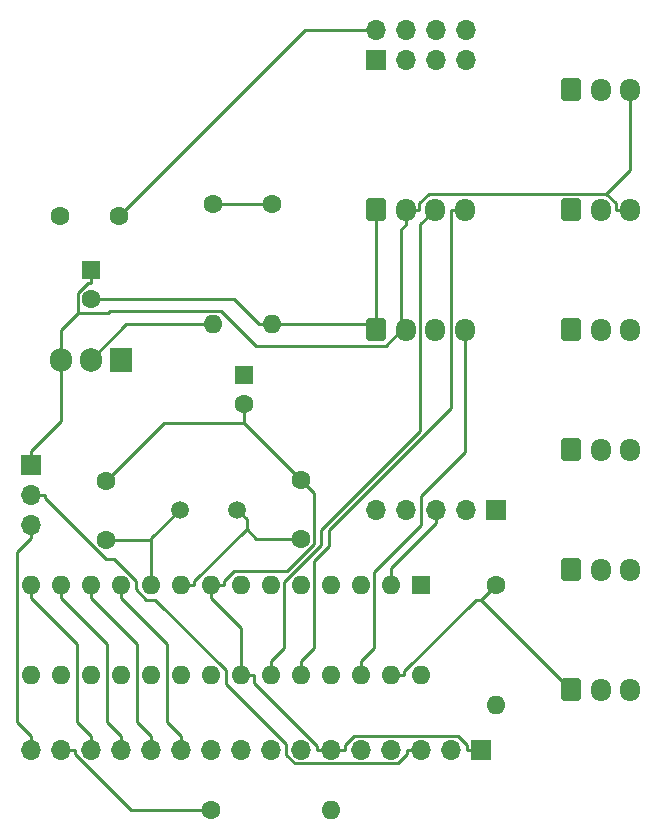
<source format=gbr>
%TF.GenerationSoftware,KiCad,Pcbnew,(5.1.6)-1*%
%TF.CreationDate,2020-12-18T18:22:10+01:00*%
%TF.ProjectId,rc-emitter_tft,72632d65-6d69-4747-9465-725f7466742e,rev?*%
%TF.SameCoordinates,Original*%
%TF.FileFunction,Copper,L2,Bot*%
%TF.FilePolarity,Positive*%
%FSLAX46Y46*%
G04 Gerber Fmt 4.6, Leading zero omitted, Abs format (unit mm)*
G04 Created by KiCad (PCBNEW (5.1.6)-1) date 2020-12-18 18:22:10*
%MOMM*%
%LPD*%
G01*
G04 APERTURE LIST*
%TA.AperFunction,ComponentPad*%
%ADD10O,1.700000X1.700000*%
%TD*%
%TA.AperFunction,ComponentPad*%
%ADD11R,1.700000X1.700000*%
%TD*%
%TA.AperFunction,ComponentPad*%
%ADD12O,1.600000X1.600000*%
%TD*%
%TA.AperFunction,ComponentPad*%
%ADD13C,1.600000*%
%TD*%
%TA.AperFunction,ComponentPad*%
%ADD14O,1.700000X1.950000*%
%TD*%
%TA.AperFunction,ComponentPad*%
%ADD15C,1.500000*%
%TD*%
%TA.AperFunction,ComponentPad*%
%ADD16O,1.905000X2.000000*%
%TD*%
%TA.AperFunction,ComponentPad*%
%ADD17R,1.905000X2.000000*%
%TD*%
%TA.AperFunction,ComponentPad*%
%ADD18R,1.600000X1.600000*%
%TD*%
%TA.AperFunction,Conductor*%
%ADD19C,0.250000*%
%TD*%
G04 APERTURE END LIST*
D10*
%TO.P,RV1,3*%
%TO.N,GND*%
X81280000Y-72390000D03*
%TO.P,RV1,2*%
%TO.N,Net-(LCD1-Pad3)*%
X81280000Y-69850000D03*
D11*
%TO.P,RV1,1*%
%TO.N,+5V*%
X81280000Y-67310000D03*
%TD*%
D10*
%TO.P,J10,5*%
%TO.N,Net-(J10-Pad5)*%
X110490000Y-71120000D03*
%TO.P,J10,4*%
%TO.N,Net-(J10-Pad4)*%
X113030000Y-71120000D03*
%TO.P,J10,3*%
%TO.N,Net-(J10-Pad3)*%
X115570000Y-71120000D03*
%TO.P,J10,2*%
%TO.N,Net-(J10-Pad2)*%
X118110000Y-71120000D03*
D11*
%TO.P,J10,1*%
%TO.N,Net-(J10-Pad1)*%
X120650000Y-71120000D03*
%TD*%
D12*
%TO.P,R3,2*%
%TO.N,+5V*%
X106680000Y-96520000D03*
D13*
%TO.P,R3,1*%
%TO.N,Net-(LCD1-Pad15)*%
X96520000Y-96520000D03*
%TD*%
D14*
%TO.P,J9,4*%
%TO.N,Net-(J9-Pad4)*%
X117990000Y-45720000D03*
%TO.P,J9,3*%
%TO.N,Net-(J9-Pad3)*%
X115490000Y-45720000D03*
%TO.P,J9,2*%
%TO.N,+5V*%
X112990000Y-45720000D03*
%TO.P,J9,1*%
%TO.N,GND*%
%TA.AperFunction,ComponentPad*%
G36*
G01*
X109640000Y-46445000D02*
X109640000Y-44995000D01*
G75*
G02*
X109890000Y-44745000I250000J0D01*
G01*
X111090000Y-44745000D01*
G75*
G02*
X111340000Y-44995000I0J-250000D01*
G01*
X111340000Y-46445000D01*
G75*
G02*
X111090000Y-46695000I-250000J0D01*
G01*
X109890000Y-46695000D01*
G75*
G02*
X109640000Y-46445000I0J250000D01*
G01*
G37*
%TD.AperFunction*%
%TD*%
%TO.P,J8,4*%
%TO.N,Net-(J8-Pad4)*%
X117990000Y-55880000D03*
%TO.P,J8,3*%
%TO.N,Net-(J8-Pad3)*%
X115490000Y-55880000D03*
%TO.P,J8,2*%
%TO.N,+5V*%
X112990000Y-55880000D03*
%TO.P,J8,1*%
%TO.N,GND*%
%TA.AperFunction,ComponentPad*%
G36*
G01*
X109640000Y-56605000D02*
X109640000Y-55155000D01*
G75*
G02*
X109890000Y-54905000I250000J0D01*
G01*
X111090000Y-54905000D01*
G75*
G02*
X111340000Y-55155000I0J-250000D01*
G01*
X111340000Y-56605000D01*
G75*
G02*
X111090000Y-56855000I-250000J0D01*
G01*
X109890000Y-56855000D01*
G75*
G02*
X109640000Y-56605000I0J250000D01*
G01*
G37*
%TD.AperFunction*%
%TD*%
%TO.P,J7,3*%
%TO.N,+5V*%
X132000000Y-86360000D03*
%TO.P,J7,2*%
%TO.N,Net-(J6-Pad1)*%
X129500000Y-86360000D03*
%TO.P,J7,1*%
%TO.N,Net-(J7-Pad1)*%
%TA.AperFunction,ComponentPad*%
G36*
G01*
X126150000Y-87085000D02*
X126150000Y-85635000D01*
G75*
G02*
X126400000Y-85385000I250000J0D01*
G01*
X127600000Y-85385000D01*
G75*
G02*
X127850000Y-85635000I0J-250000D01*
G01*
X127850000Y-87085000D01*
G75*
G02*
X127600000Y-87335000I-250000J0D01*
G01*
X126400000Y-87335000D01*
G75*
G02*
X126150000Y-87085000I0J250000D01*
G01*
G37*
%TD.AperFunction*%
%TD*%
%TO.P,J6,3*%
%TO.N,+5V*%
X132000000Y-76200000D03*
%TO.P,J6,2*%
%TO.N,Net-(J5-Pad1)*%
X129500000Y-76200000D03*
%TO.P,J6,1*%
%TO.N,Net-(J6-Pad1)*%
%TA.AperFunction,ComponentPad*%
G36*
G01*
X126150000Y-76925000D02*
X126150000Y-75475000D01*
G75*
G02*
X126400000Y-75225000I250000J0D01*
G01*
X127600000Y-75225000D01*
G75*
G02*
X127850000Y-75475000I0J-250000D01*
G01*
X127850000Y-76925000D01*
G75*
G02*
X127600000Y-77175000I-250000J0D01*
G01*
X126400000Y-77175000D01*
G75*
G02*
X126150000Y-76925000I0J250000D01*
G01*
G37*
%TD.AperFunction*%
%TD*%
D10*
%TO.P,LCD1,16*%
%TO.N,GND*%
X81280000Y-91440000D03*
%TO.P,LCD1,15*%
%TO.N,Net-(LCD1-Pad15)*%
X83820000Y-91440000D03*
%TO.P,LCD1,14*%
%TO.N,Net-(LCD1-Pad14)*%
X86360000Y-91440000D03*
%TO.P,LCD1,13*%
%TO.N,Net-(LCD1-Pad13)*%
X88900000Y-91440000D03*
%TO.P,LCD1,12*%
%TO.N,Net-(LCD1-Pad12)*%
X91440000Y-91440000D03*
%TO.P,LCD1,11*%
%TO.N,Net-(LCD1-Pad11)*%
X93980000Y-91440000D03*
%TO.P,LCD1,10*%
%TO.N,Net-(LCD1-Pad10)*%
X96520000Y-91440000D03*
%TO.P,LCD1,9*%
%TO.N,Net-(LCD1-Pad9)*%
X99060000Y-91440000D03*
%TO.P,LCD1,8*%
%TO.N,Net-(LCD1-Pad8)*%
X101600000Y-91440000D03*
%TO.P,LCD1,7*%
%TO.N,Net-(LCD1-Pad7)*%
X104140000Y-91440000D03*
%TO.P,LCD1,6*%
%TO.N,GND*%
X106680000Y-91440000D03*
%TO.P,LCD1,5*%
%TO.N,Net-(LCD1-Pad5)*%
X109220000Y-91440000D03*
%TO.P,LCD1,4*%
%TO.N,Net-(LCD1-Pad4)*%
X111760000Y-91440000D03*
%TO.P,LCD1,3*%
%TO.N,Net-(LCD1-Pad3)*%
X114300000Y-91440000D03*
%TO.P,LCD1,2*%
%TO.N,+5V*%
X116840000Y-91440000D03*
D11*
%TO.P,LCD1,1*%
%TO.N,GND*%
X119380000Y-91440000D03*
%TD*%
D15*
%TO.P,Y1,2*%
%TO.N,Net-(C1-Pad1)*%
X93880000Y-71120000D03*
%TO.P,Y1,1*%
%TO.N,Net-(C0-Pad2)*%
X98760000Y-71120000D03*
%TD*%
D16*
%TO.P,U1,3*%
%TO.N,+5V*%
X83820000Y-58420000D03*
%TO.P,U1,2*%
%TO.N,3.2V*%
X86360000Y-58420000D03*
D17*
%TO.P,U1,1*%
%TO.N,Net-(R1-Pad1)*%
X88900000Y-58420000D03*
%TD*%
D12*
%TO.P,U0,28*%
%TO.N,Net-(J10-Pad1)*%
X114300000Y-85090000D03*
%TO.P,U0,14*%
%TO.N,Net-(LCD1-Pad14)*%
X81280000Y-77470000D03*
%TO.P,U0,27*%
%TO.N,Net-(J7-Pad1)*%
X111760000Y-85090000D03*
%TO.P,U0,13*%
%TO.N,Net-(LCD1-Pad13)*%
X83820000Y-77470000D03*
%TO.P,U0,26*%
%TO.N,Net-(J8-Pad4)*%
X109220000Y-85090000D03*
%TO.P,U0,12*%
%TO.N,Net-(LCD1-Pad12)*%
X86360000Y-77470000D03*
%TO.P,U0,25*%
%TO.N,Net-(J8-Pad3)*%
X106680000Y-85090000D03*
%TO.P,U0,11*%
%TO.N,Net-(LCD1-Pad11)*%
X88900000Y-77470000D03*
%TO.P,U0,24*%
%TO.N,Net-(J9-Pad4)*%
X104140000Y-85090000D03*
%TO.P,U0,10*%
%TO.N,Net-(C1-Pad1)*%
X91440000Y-77470000D03*
%TO.P,U0,23*%
%TO.N,Net-(J9-Pad3)*%
X101600000Y-85090000D03*
%TO.P,U0,9*%
%TO.N,Net-(C0-Pad2)*%
X93980000Y-77470000D03*
%TO.P,U0,22*%
%TO.N,GND*%
X99060000Y-85090000D03*
%TO.P,U0,8*%
X96520000Y-77470000D03*
%TO.P,U0,21*%
%TO.N,Net-(U0-Pad21)*%
X96520000Y-85090000D03*
%TO.P,U0,7*%
%TO.N,+5V*%
X99060000Y-77470000D03*
%TO.P,U0,20*%
%TO.N,Net-(U0-Pad20)*%
X93980000Y-85090000D03*
%TO.P,U0,6*%
%TO.N,Net-(LCD1-Pad5)*%
X101600000Y-77470000D03*
%TO.P,U0,19*%
%TO.N,Net-(J1-Pad5)*%
X91440000Y-85090000D03*
%TO.P,U0,5*%
%TO.N,Net-(LCD1-Pad4)*%
X104140000Y-77470000D03*
%TO.P,U0,18*%
%TO.N,Net-(J1-Pad7)*%
X88900000Y-85090000D03*
%TO.P,U0,4*%
%TO.N,Net-(J10-Pad5)*%
X106680000Y-77470000D03*
%TO.P,U0,17*%
%TO.N,Net-(J1-Pad6)*%
X86360000Y-85090000D03*
%TO.P,U0,3*%
%TO.N,Net-(J10-Pad4)*%
X109220000Y-77470000D03*
%TO.P,U0,16*%
%TO.N,Net-(J1-Pad4)*%
X83820000Y-85090000D03*
%TO.P,U0,2*%
%TO.N,Net-(J10-Pad3)*%
X111760000Y-77470000D03*
%TO.P,U0,15*%
%TO.N,Net-(J1-Pad3)*%
X81280000Y-85090000D03*
D18*
%TO.P,U0,1*%
%TO.N,Net-(J10-Pad2)*%
X114300000Y-77470000D03*
%TD*%
D12*
%TO.P,R14,2*%
%TO.N,GND*%
X120650000Y-87630000D03*
D13*
%TO.P,R14,1*%
%TO.N,Net-(J7-Pad1)*%
X120650000Y-77470000D03*
%TD*%
D12*
%TO.P,R2,2*%
%TO.N,3.2V*%
X96720000Y-55440000D03*
D13*
%TO.P,R2,1*%
%TO.N,Net-(R1-Pad1)*%
X96720000Y-45280000D03*
%TD*%
D12*
%TO.P,R1,2*%
%TO.N,GND*%
X101720000Y-55440000D03*
D13*
%TO.P,R1,1*%
%TO.N,Net-(R1-Pad1)*%
X101720000Y-45280000D03*
%TD*%
D14*
%TO.P,J5,3*%
%TO.N,+5V*%
X132000000Y-66040000D03*
%TO.P,J5,2*%
%TO.N,Net-(J4-Pad1)*%
X129500000Y-66040000D03*
%TO.P,J5,1*%
%TO.N,Net-(J5-Pad1)*%
%TA.AperFunction,ComponentPad*%
G36*
G01*
X126150000Y-66765000D02*
X126150000Y-65315000D01*
G75*
G02*
X126400000Y-65065000I250000J0D01*
G01*
X127600000Y-65065000D01*
G75*
G02*
X127850000Y-65315000I0J-250000D01*
G01*
X127850000Y-66765000D01*
G75*
G02*
X127600000Y-67015000I-250000J0D01*
G01*
X126400000Y-67015000D01*
G75*
G02*
X126150000Y-66765000I0J250000D01*
G01*
G37*
%TD.AperFunction*%
%TD*%
%TO.P,J4,3*%
%TO.N,+5V*%
X132000000Y-55880000D03*
%TO.P,J4,2*%
%TO.N,Net-(J3-Pad1)*%
X129500000Y-55880000D03*
%TO.P,J4,1*%
%TO.N,Net-(J4-Pad1)*%
%TA.AperFunction,ComponentPad*%
G36*
G01*
X126150000Y-56605000D02*
X126150000Y-55155000D01*
G75*
G02*
X126400000Y-54905000I250000J0D01*
G01*
X127600000Y-54905000D01*
G75*
G02*
X127850000Y-55155000I0J-250000D01*
G01*
X127850000Y-56605000D01*
G75*
G02*
X127600000Y-56855000I-250000J0D01*
G01*
X126400000Y-56855000D01*
G75*
G02*
X126150000Y-56605000I0J250000D01*
G01*
G37*
%TD.AperFunction*%
%TD*%
%TO.P,J3,3*%
%TO.N,+5V*%
X132000000Y-45720000D03*
%TO.P,J3,2*%
%TO.N,Net-(J2-Pad1)*%
X129500000Y-45720000D03*
%TO.P,J3,1*%
%TO.N,Net-(J3-Pad1)*%
%TA.AperFunction,ComponentPad*%
G36*
G01*
X126150000Y-46445000D02*
X126150000Y-44995000D01*
G75*
G02*
X126400000Y-44745000I250000J0D01*
G01*
X127600000Y-44745000D01*
G75*
G02*
X127850000Y-44995000I0J-250000D01*
G01*
X127850000Y-46445000D01*
G75*
G02*
X127600000Y-46695000I-250000J0D01*
G01*
X126400000Y-46695000D01*
G75*
G02*
X126150000Y-46445000I0J250000D01*
G01*
G37*
%TD.AperFunction*%
%TD*%
%TO.P,J2,3*%
%TO.N,+5V*%
X132000000Y-35560000D03*
%TO.P,J2,2*%
%TO.N,Net-(J2-Pad2)*%
X129500000Y-35560000D03*
%TO.P,J2,1*%
%TO.N,Net-(J2-Pad1)*%
%TA.AperFunction,ComponentPad*%
G36*
G01*
X126150000Y-36285000D02*
X126150000Y-34835000D01*
G75*
G02*
X126400000Y-34585000I250000J0D01*
G01*
X127600000Y-34585000D01*
G75*
G02*
X127850000Y-34835000I0J-250000D01*
G01*
X127850000Y-36285000D01*
G75*
G02*
X127600000Y-36535000I-250000J0D01*
G01*
X126400000Y-36535000D01*
G75*
G02*
X126150000Y-36285000I0J250000D01*
G01*
G37*
%TD.AperFunction*%
%TD*%
D10*
%TO.P,J1,8*%
%TO.N,Net-(J1-Pad8)*%
X118110000Y-30480000D03*
%TO.P,J1,7*%
%TO.N,Net-(J1-Pad7)*%
X118110000Y-33020000D03*
%TO.P,J1,6*%
%TO.N,Net-(J1-Pad6)*%
X115570000Y-30480000D03*
%TO.P,J1,5*%
%TO.N,Net-(J1-Pad5)*%
X115570000Y-33020000D03*
%TO.P,J1,4*%
%TO.N,Net-(J1-Pad4)*%
X113030000Y-30480000D03*
%TO.P,J1,3*%
%TO.N,Net-(J1-Pad3)*%
X113030000Y-33020000D03*
%TO.P,J1,2*%
%TO.N,3.2V*%
X110490000Y-30480000D03*
D11*
%TO.P,J1,1*%
%TO.N,GND*%
X110490000Y-33020000D03*
%TD*%
D13*
%TO.P,C4,2*%
%TO.N,GND*%
X86360000Y-53300000D03*
D18*
%TO.P,C4,1*%
%TO.N,+5V*%
X86360000Y-50800000D03*
%TD*%
D13*
%TO.P,C2,2*%
%TO.N,GND*%
X99314000Y-62190000D03*
D18*
%TO.P,C2,1*%
%TO.N,3.2V*%
X99314000Y-59690000D03*
%TD*%
D13*
%TO.P,C1,2*%
%TO.N,GND*%
X87630000Y-68660000D03*
%TO.P,C1,1*%
%TO.N,Net-(C1-Pad1)*%
X87630000Y-73660000D03*
%TD*%
%TO.P,C0,2*%
%TO.N,Net-(C0-Pad2)*%
X104140000Y-73580000D03*
%TO.P,C0,1*%
%TO.N,GND*%
X104140000Y-68580000D03*
%TD*%
%TO.P,100nF1,2*%
%TO.N,GND*%
X83720000Y-46280000D03*
%TO.P,100nF1,1*%
%TO.N,3.2V*%
X88720000Y-46280000D03*
%TD*%
D19*
%TO.N,GND*%
X81280000Y-91440000D02*
X81280000Y-90264700D01*
X81280000Y-72390000D02*
X81280000Y-73565300D01*
X81280000Y-73565300D02*
X80104700Y-74740600D01*
X80104700Y-74740600D02*
X80104700Y-89089400D01*
X80104700Y-89089400D02*
X81280000Y-90264700D01*
X101720000Y-55440000D02*
X100594700Y-55440000D01*
X86360000Y-53300000D02*
X98454700Y-53300000D01*
X98454700Y-53300000D02*
X100594700Y-55440000D01*
X110050000Y-55440000D02*
X110490000Y-55880000D01*
X101720000Y-55440000D02*
X110050000Y-55440000D01*
X110490000Y-45720000D02*
X110490000Y-55000000D01*
X110490000Y-55000000D02*
X110050000Y-55440000D01*
X96520000Y-77470000D02*
X97645300Y-77470000D01*
X97645300Y-77470000D02*
X97645300Y-77188600D01*
X97645300Y-77188600D02*
X98489200Y-76344700D01*
X98489200Y-76344700D02*
X102968400Y-76344700D01*
X102968400Y-76344700D02*
X105268200Y-74044900D01*
X105268200Y-74044900D02*
X105268200Y-69708200D01*
X105268200Y-69708200D02*
X104140000Y-68580000D01*
X96520000Y-78032600D02*
X96520000Y-77470000D01*
X104140000Y-68580000D02*
X99314000Y-63754000D01*
X106680000Y-91440000D02*
X107855300Y-91440000D01*
X119380000Y-91440000D02*
X118204700Y-91440000D01*
X118204700Y-91440000D02*
X118204700Y-91072700D01*
X118204700Y-91072700D02*
X117396700Y-90264700D01*
X117396700Y-90264700D02*
X108663200Y-90264700D01*
X108663200Y-90264700D02*
X107855300Y-91072600D01*
X107855300Y-91072600D02*
X107855300Y-91440000D01*
X99060000Y-85090000D02*
X100185300Y-85090000D01*
X100185300Y-85090000D02*
X100185300Y-85822900D01*
X100185300Y-85822900D02*
X105504700Y-91142300D01*
X105504700Y-91142300D02*
X105504700Y-91440000D01*
X96520000Y-78595300D02*
X99060000Y-81135300D01*
X99060000Y-81135300D02*
X99060000Y-85090000D01*
X106680000Y-91440000D02*
X105504700Y-91440000D01*
X96520000Y-78032600D02*
X96520000Y-78595300D01*
X99314000Y-63754000D02*
X99314000Y-62190000D01*
X99314000Y-63754000D02*
X92536000Y-63754000D01*
X92536000Y-63754000D02*
X87630000Y-68660000D01*
%TO.N,3.2V*%
X88720000Y-46280000D02*
X104520000Y-30480000D01*
X104520000Y-30480000D02*
X110490000Y-30480000D01*
X86360000Y-58420000D02*
X89340000Y-55440000D01*
X89340000Y-55440000D02*
X96720000Y-55440000D01*
%TO.N,Net-(C0-Pad2)*%
X99532700Y-72761300D02*
X95105300Y-77188700D01*
X95105300Y-77188700D02*
X95105300Y-77470000D01*
X104140000Y-73580000D02*
X100351400Y-73580000D01*
X100351400Y-73580000D02*
X99532700Y-72761300D01*
X99532700Y-72761300D02*
X99532700Y-71892700D01*
X99532700Y-71892700D02*
X98760000Y-71120000D01*
X93980000Y-77470000D02*
X95105300Y-77470000D01*
%TO.N,Net-(C1-Pad1)*%
X91440000Y-73660000D02*
X91440000Y-73560000D01*
X91440000Y-73560000D02*
X93880000Y-71120000D01*
X91440000Y-76457300D02*
X91440000Y-73660000D01*
X87630000Y-73660000D02*
X91440000Y-73660000D01*
X91440000Y-77470000D02*
X91440000Y-76457300D01*
%TO.N,+5V*%
X85234300Y-54468000D02*
X83820000Y-55882300D01*
X83820000Y-55882300D02*
X83820000Y-58420000D01*
X112650100Y-55880000D02*
X111299500Y-57230600D01*
X111299500Y-57230600D02*
X100332000Y-57230600D01*
X100332000Y-57230600D02*
X97372600Y-54271200D01*
X97372600Y-54271200D02*
X87968800Y-54271200D01*
X87968800Y-54271200D02*
X87772000Y-54468000D01*
X87772000Y-54468000D02*
X85234300Y-54468000D01*
X86360000Y-51925300D02*
X86078700Y-51925300D01*
X86078700Y-51925300D02*
X85234300Y-52769700D01*
X85234300Y-52769700D02*
X85234300Y-54468000D01*
X86360000Y-50800000D02*
X86360000Y-51925300D01*
X112990000Y-47020300D02*
X112650100Y-47360200D01*
X112650100Y-47360200D02*
X112650100Y-55880000D01*
X129998500Y-44379600D02*
X114991500Y-44379600D01*
X114991500Y-44379600D02*
X114165300Y-45205800D01*
X114165300Y-45205800D02*
X114165300Y-45720000D01*
X130824700Y-45720000D02*
X130824700Y-45205800D01*
X130824700Y-45205800D02*
X129998500Y-44379600D01*
X129998500Y-44379600D02*
X132000000Y-42378100D01*
X132000000Y-42378100D02*
X132000000Y-35560000D01*
X112990000Y-45720000D02*
X112990000Y-47020300D01*
X112990000Y-55880000D02*
X112650100Y-55880000D01*
X83820000Y-58420000D02*
X83820000Y-63594700D01*
X83820000Y-63594700D02*
X81280000Y-66134700D01*
X81280000Y-67310000D02*
X81280000Y-66134700D01*
X112990000Y-45720000D02*
X114165300Y-45720000D01*
X132000000Y-45720000D02*
X130824700Y-45720000D01*
%TO.N,Net-(R1-Pad1)*%
X101720000Y-45280000D02*
X96720000Y-45280000D01*
%TO.N,Net-(J7-Pad1)*%
X119380000Y-78740000D02*
X120650000Y-77470000D01*
X112885300Y-85090000D02*
X112885300Y-84808700D01*
X112885300Y-84808700D02*
X118954000Y-78740000D01*
X118954000Y-78740000D02*
X119380000Y-78740000D01*
X127000000Y-86360000D02*
X119380000Y-78740000D01*
X111760000Y-85090000D02*
X112885300Y-85090000D01*
%TO.N,Net-(J8-Pad4)*%
X109220000Y-85090000D02*
X109220000Y-83964700D01*
X109220000Y-83964700D02*
X110345300Y-82839400D01*
X110345300Y-82839400D02*
X110345300Y-76400300D01*
X110345300Y-76400300D02*
X114300000Y-72445600D01*
X114300000Y-72445600D02*
X114300000Y-69944600D01*
X114300000Y-69944600D02*
X117990000Y-66254600D01*
X117990000Y-66254600D02*
X117990000Y-55880000D01*
%TO.N,Net-(J9-Pad4)*%
X116814700Y-45720000D02*
X116814700Y-62528600D01*
X116814700Y-62528600D02*
X106473300Y-72870000D01*
X106473300Y-72870000D02*
X106473300Y-74244600D01*
X106473300Y-74244600D02*
X105265300Y-75452600D01*
X105265300Y-75452600D02*
X105265300Y-82839400D01*
X105265300Y-82839400D02*
X104140000Y-83964700D01*
X117990000Y-45720000D02*
X116814700Y-45720000D01*
X104140000Y-85090000D02*
X104140000Y-83964700D01*
%TO.N,Net-(J9-Pad3)*%
X115490000Y-45720000D02*
X114240000Y-46970000D01*
X114240000Y-46970000D02*
X114240000Y-64436200D01*
X114240000Y-64436200D02*
X105864400Y-72811800D01*
X105864400Y-72811800D02*
X105864400Y-74085600D01*
X105864400Y-74085600D02*
X102725300Y-77224700D01*
X102725300Y-77224700D02*
X102725300Y-82839400D01*
X102725300Y-82839400D02*
X101600000Y-83964700D01*
X101600000Y-85090000D02*
X101600000Y-83964700D01*
%TO.N,Net-(J10-Pad3)*%
X115570000Y-71120000D02*
X115570000Y-72295300D01*
X111760000Y-77470000D02*
X111760000Y-76105300D01*
X111760000Y-76105300D02*
X115570000Y-72295300D01*
%TO.N,Net-(LCD1-Pad15)*%
X83820000Y-91440000D02*
X84995300Y-91440000D01*
X84995300Y-91440000D02*
X84995300Y-91807300D01*
X84995300Y-91807300D02*
X89708000Y-96520000D01*
X89708000Y-96520000D02*
X96520000Y-96520000D01*
%TO.N,Net-(LCD1-Pad14)*%
X86360000Y-91440000D02*
X86360000Y-90264700D01*
X81280000Y-77470000D02*
X81280000Y-78595300D01*
X81280000Y-78595300D02*
X85184700Y-82500000D01*
X85184700Y-82500000D02*
X85184700Y-89089400D01*
X85184700Y-89089400D02*
X86360000Y-90264700D01*
%TO.N,Net-(LCD1-Pad13)*%
X88900000Y-91440000D02*
X88900000Y-90264700D01*
X83820000Y-77470000D02*
X83820000Y-78595300D01*
X83820000Y-78595300D02*
X87724700Y-82500000D01*
X87724700Y-82500000D02*
X87724700Y-89089400D01*
X87724700Y-89089400D02*
X88900000Y-90264700D01*
%TO.N,Net-(LCD1-Pad12)*%
X91440000Y-91440000D02*
X91440000Y-90264700D01*
X86360000Y-77470000D02*
X86360000Y-78595300D01*
X86360000Y-78595300D02*
X90264700Y-82500000D01*
X90264700Y-82500000D02*
X90264700Y-89089400D01*
X90264700Y-89089400D02*
X91440000Y-90264700D01*
%TO.N,Net-(LCD1-Pad11)*%
X93980000Y-91440000D02*
X93980000Y-90264700D01*
X88900000Y-77470000D02*
X88900000Y-78595300D01*
X88900000Y-78595300D02*
X92804700Y-82500000D01*
X92804700Y-82500000D02*
X92804700Y-89089400D01*
X92804700Y-89089400D02*
X93980000Y-90264700D01*
%TO.N,Net-(LCD1-Pad3)*%
X81280000Y-69850000D02*
X82455300Y-69850000D01*
X114300000Y-91440000D02*
X113124700Y-91440000D01*
X113124700Y-91440000D02*
X113124700Y-91807300D01*
X113124700Y-91807300D02*
X112316100Y-92615900D01*
X112316100Y-92615900D02*
X103626100Y-92615900D01*
X103626100Y-92615900D02*
X102870000Y-91859800D01*
X102870000Y-91859800D02*
X102870000Y-91004800D01*
X102870000Y-91004800D02*
X97790000Y-85924800D01*
X97790000Y-85924800D02*
X97790000Y-84728300D01*
X97790000Y-84728300D02*
X91797000Y-78735300D01*
X91797000Y-78735300D02*
X91039400Y-78735300D01*
X91039400Y-78735300D02*
X90170000Y-77865900D01*
X90170000Y-77865900D02*
X90170000Y-77142500D01*
X90170000Y-77142500D02*
X88328800Y-75301300D01*
X88328800Y-75301300D02*
X87612800Y-75301300D01*
X87612800Y-75301300D02*
X82455300Y-70143800D01*
X82455300Y-70143800D02*
X82455300Y-69850000D01*
%TD*%
M02*

</source>
